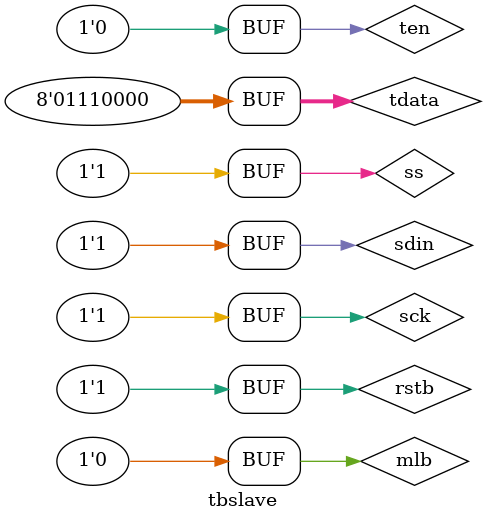
<source format=v>
`timescale 1ns/10ps

module tbslave;
    reg rstb = 1'b0;
    reg ten = 1'b0;
    reg [7:0] tdata = 8'b00000000;
    reg mlb = 1'b0;
    reg ss = 1'b0;
    reg sck = 1'b0;
    reg sdin = 1'b0;
    wire sdout;
    wire done;
    wire [7:0] rdata;


    SPI_slave UUT (
        .rstb(rstb),
        .ten(ten),
        .tdata(tdata),
        .mlb(mlb),
        .ss(ss),
        .sck(sck),
        .sdin(sdin),
        .sdout(sdout),
        .done(done),
        .rdata(rdata));

    initial begin
        // -------------  Current Time:  100ns
        #100;
        ss = 1'b1;
        sck = 1'b1;
        sdin = 1'b1;
        // -------------------------------------
        // -------------  Current Time:  120ns
        #20;
        rstb = 1'b1;
        // -------------------------------------
        // -------------  Current Time:  140ns
        #20;
        ten = 1'b1;
        mlb = 1'b1;
        tdata = 8'b01111100;
        // -------------------------------------
        // -------------  Current Time:  160ns
        #20;
        ss = 1'b0;
        // -------------------------------------
        // -------------  Current Time:  180ns
        #20;
        sck = 1'b0;
        sdin = 1'b0;
        // -------------------------------------
        // -------------  Current Time:  200ns
        #20;
        sck = 1'b1;
        // -------------------------------------
        // -------------  Current Time:  220ns
        #20;
        sck = 1'b0;
        sdin = 1'b1;
        // -------------------------------------
        // -------------  Current Time:  240ns
        #20;
        sck = 1'b1;
        // -------------------------------------
        // -------------  Current Time:  260ns
        #20;
        sck = 1'b0;
        sdin = 1'b0;
        // -------------------------------------
        // -------------  Current Time:  280ns
        #20;
        sck = 1'b1;
        // -------------------------------------
        // -------------  Current Time:  300ns
        #20;
        sck = 1'b0;
        sdin = 1'b1;
        // -------------------------------------
        // -------------  Current Time:  320ns
        #20;
        sck = 1'b1;
        // -------------------------------------
        // -------------  Current Time:  340ns
        #20;
        sck = 1'b0;
        sdin = 1'b0;
        // -------------------------------------
        // -------------  Current Time:  360ns
        #20;
        sck = 1'b1;
        // -------------------------------------
        // -------------  Current Time:  380ns
        #20;
        sck = 1'b0;
        sdin = 1'b1;
        // -------------------------------------
        // -------------  Current Time:  400ns
        #20;
        sck = 1'b1;
        // -------------------------------------
        // -------------  Current Time:  420ns
        #20;
        sck = 1'b0;
        sdin = 1'b0;
        // -------------------------------------
        // -------------  Current Time:  440ns
        #20;
        sck = 1'b1;
        // -------------------------------------
        // -------------  Current Time:  460ns
        #20;
        sck = 1'b0;
        sdin = 1'b1;
        // -------------------------------------
        // -------------  Current Time:  480ns
        #20;
        sck = 1'b1;
        // -------------------------------------
        // -------------  Current Time:  500ns
        #20;
        ss = 1'b1;
        // -------------------------------------
        // -------------  Current Time:  520ns
        #20;
        ten = 1'b0;

		
		#200  ten = 1'b1;        mlb = 1'b0;         tdata = 8'b01110000;
        #20        ss = 1'b0;
        #20       sck = 1'b0;
        sdin = 1'b0;
        #20        sck = 1'b1;
        #20        sck = 1'b0;
        sdin = 1'b1;
        #20        sck = 1'b1;

        #20        sck = 1'b0;
        sdin = 1'b0;
        #20        sck = 1'b1;
        #20        sck = 1'b0;
        sdin = 1'b1;
        #20        sck = 1'b1;
        #20        sck = 1'b0;
        sdin = 1'b0;
        #20        sck = 1'b1;
        #20        sck = 1'b0;
        sdin = 1'b1;
        #20        sck = 1'b1;
        #20        sck = 1'b0;
        sdin = 1'b0;
        #20        sck = 1'b1;
        #20        sck = 1'b0;
        sdin = 1'b1;
        #20        sck = 1'b1;
        #20         ss = 1'b1;
        #20         ten = 1'b0;
		#100;

	end

endmodule


</source>
